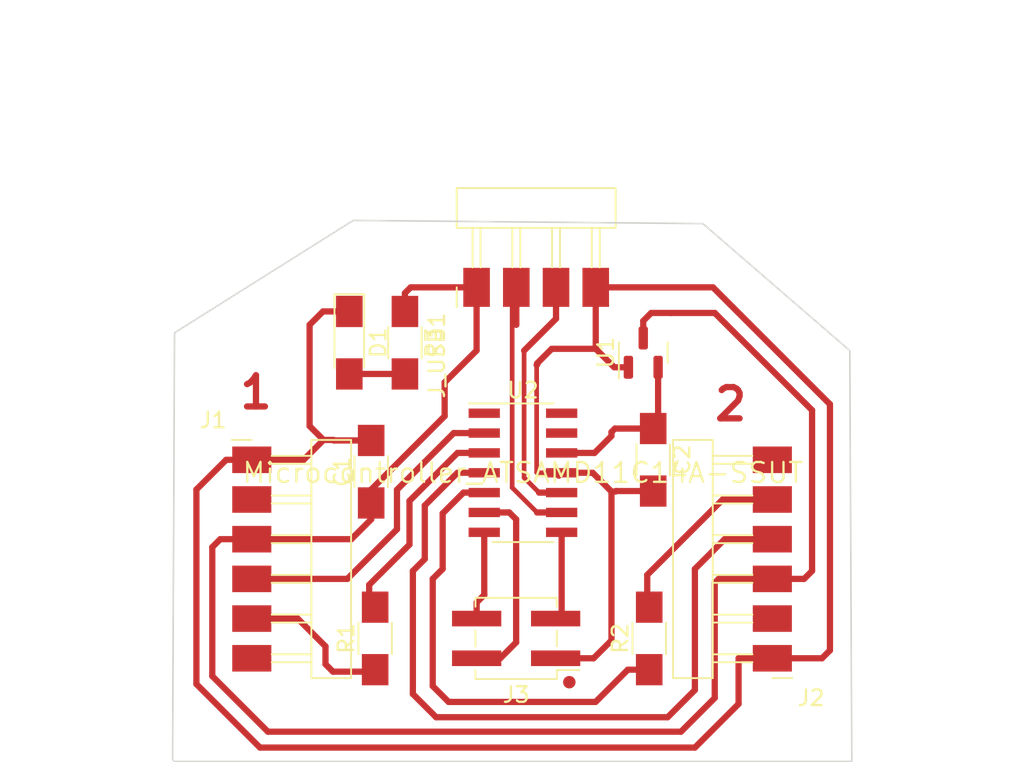
<source format=kicad_pcb>
(kicad_pcb (version 20211014) (generator pcbnew)
  (layers (0 "F.Cu" signal) (31 "B.Cu" signal) (34 "B.Paste" user) (35 "F.Paste" user) (36 "B.SilkS" user "B.Silkscreen") (37 "F.SilkS" user "F.Silkscreen") (38 "B.Mask" user) (39 "F.Mask" user) (44 "Edge.Cuts" user))
  (net 0 "")
  (net 1 "GND")
  (net 2 "VCC")
  (net 3 "/3V")
  (net 5 "/TX1")
  (net 6 "/RX1")
  (net 9 "/TX2")
  (net 10 "/RX2")
  (net 12 "/RST")
  (net 13 "/DIO")
  (net 14 "/CLK")
  (net 15 "/D-")
  (net 16 "/D+")
  (net 17 "Net-(R1-Pad2)")
  (net 18 "Net-(R2-Pad1)")
  (net 22 "Net-(D1-Pad2)")
  (footprint "fab:PinHeader_2x02_P2.54mm_Vertical_SMD" (layer "F.Cu") (at 66.04 118.11 180)
    (fp_text reference "J3" (at 0 -3.6) (layer "F.SilkS"))
    (fp_text value "Conn_PinHeader_2x02_P2.54mm_Vertical_SMD")
    (fp_circle (center -3.4 -2.8) (end -3.1 -2.8) (layer "F.Cu") (width 0.2) (fill solid))
    (fp_line (start -2.6 2.03) (end -2.6 2.6) (layer "F.SilkS") (width 0.12))
    (fp_line (start -2.6 -2.6) (end -2.6 -2.03) (layer "F.SilkS") (width 0.12))
    (fp_line (start 2.6 -0.51) (end 2.6 0.51) (layer "F.SilkS") (width 0.12))
    (fp_line (start -2.6 2.6) (end 2.6 2.6) (layer "F.SilkS") (width 0.12))
    (fp_line (start -4.04 -2.03) (end -2.6 -2.03) (layer "F.SilkS") (width 0.12))
    (fp_line (start -2.6 -2.6) (end 2.6 -2.6) (layer "F.SilkS") (width 0.12))
    (fp_line (start 2.6 -2.6) (end 2.6 -2.03) (layer "F.SilkS") (width 0.12))
    (fp_line (start 2.6 2.03) (end 2.6 2.6) (layer "F.SilkS") (width 0.12))
    (fp_line (start -2.6 -0.51) (end -2.6 0.51) (layer "F.SilkS") (width 0.12))
    (pad "1" smd rect (at -2.525 -1.27 180) (size 3.15 1) (layers "F.Cu" "F.Paste" "F.Mask") (net 1 "GND"))
    (pad "2" smd rect (at 2.525 -1.27 180) (size 3.15 1) (layers "F.Cu" "F.Paste" "F.Mask") (net 12 "/RST"))
    (pad "3" smd rect (at -2.525 1.27 180) (size 3.15 1) (layers "F.Cu" "F.Paste" "F.Mask") (net 13 "/DIO"))
    (pad "4" smd rect (at 2.525 1.27 180) (size 3.15 1) (layers "F.Cu" "F.Paste" "F.Mask") (net 14 "/CLK"))
  )
  (footprint "fab:C_1206" (layer "F.Cu") (at 74.803 106.68 -90)
    (fp_text reference "C2" (at 0 -1.85 90) (layer "F.SilkS"))
    (fp_text value "1uF")
    (fp_line (start 1 1.07) (end -1 1.07) (layer "F.SilkS") (width 0.12))
    (fp_line (start -1 -1.07) (end 1 -1.07) (layer "F.SilkS") (width 0.12))
    (pad "1" smd rect locked (at -2 0 270) (size 2 1.7) (layers "F.Cu" "F.Paste" "F.Mask") (net 3 "/3V"))
    (pad "2" smd rect locked (at 2 0 270) (size 2 1.7) (layers "F.Cu" "F.Paste" "F.Mask") (net 1 "GND"))
  )
  (footprint "fab:LED_1206" (layer "F.Cu") (at 55.372 99.187 -90)
    (fp_text reference "D1" (at 0 -1.85 90) (layer "F.SilkS"))
    (fp_text value "LED")
    (fp_line (start -3.1 0.95) (end 1.6 0.95) (layer "F.SilkS") (width 0.12))
    (fp_line (start -3.1 -0.95) (end 1.6 -0.95) (layer "F.SilkS") (width 0.12))
    (fp_line (start -3.1 -0.95) (end -3.1 0.95) (layer "F.SilkS") (width 0.12))
    (pad "1" smd rect locked (at -2 0 270) (size 2 1.7) (layers "F.Cu" "F.Paste" "F.Mask") (net 1 "GND"))
    (pad "2" smd rect locked (at 2 0 270) (size 2 1.7) (layers "F.Cu" "F.Paste" "F.Mask") (net 22 "Net-(D1-Pad2)"))
  )
  (footprint "fab:C_1206" (layer "F.Cu") (at 56.769 107.442 90)
    (fp_text reference "C1" (at 0 -1.85 90) (layer "F.SilkS"))
    (fp_text value "1uF")
    (fp_line (start -1 -1.07) (end 1 -1.07) (layer "F.SilkS") (width 0.12))
    (fp_line (start 1 1.07) (end -1 1.07) (layer "F.SilkS") (width 0.12))
    (pad "1" smd rect locked (at -2 0 90) (size 2 1.7) (layers "F.Cu" "F.Paste" "F.Mask") (net 2 "VCC"))
    (pad "2" smd rect locked (at 2 0 90) (size 2 1.7) (layers "F.Cu" "F.Paste" "F.Mask") (net 1 "GND"))
  )
  (footprint "fab:PinHeader_1x06_P2.54mm_Horizontal_SMD" (layer "F.Cu") (at 49.135 106.68)
    (fp_text reference "J1" (at -1.524 -2.54) (layer "F.SilkS") (effects (justify right)))
    (fp_text value "Conn_PinHeader_1x06_P2.54mm_Horizontal_SMD")
    (fp_line (start 3.81 -0.254) (end 1.27 -0.254) (layer "F.SilkS") (width 0.12))
    (fp_line (start -1.27 -1.27) (end 0 -1.27) (layer "F.SilkS") (width 0.12))
    (fp_line (start 3.81 12.954) (end 1.27 12.954) (layer "F.SilkS") (width 0.12))
    (fp_line (start 3.81 4.826) (end 1.27 4.826) (layer "F.SilkS") (width 0.12))
    (fp_line (start 3.81 12.446) (end 1.27 12.446) (layer "F.SilkS") (width 0.12))
    (fp_line (start 3.81 5.334) (end 1.27 5.334) (layer "F.SilkS") (width 0.12))
    (fp_line (start 3.81 10.414) (end 1.27 10.414) (layer "F.SilkS") (width 0.12))
    (fp_line (start 3.81 9.906) (end 1.27 9.906) (layer "F.SilkS") (width 0.12))
    (fp_line (start 3.81 2.286) (end 1.27 2.286) (layer "F.SilkS") (width 0.12))
    (fp_line (start 3.81 2.794) (end 1.27 2.794) (layer "F.SilkS") (width 0.12))
    (fp_line (start 6.35 -1.27) (end 6.35 13.97) (layer "F.SilkS") (width 0.12))
    (fp_line (start 3.81 -1.27) (end 6.35 -1.27) (layer "F.SilkS") (width 0.12))
    (fp_line (start 3.81 7.366) (end 1.27 7.366) (layer "F.SilkS") (width 0.12))
    (fp_line (start 3.81 7.874) (end 1.27 7.874) (layer "F.SilkS") (width 0.12))
    (fp_line (start 6.35 13.97) (end 3.81 13.97) (layer "F.SilkS") (width 0.12))
    (fp_line (start 3.81 13.97) (end 3.81 -1.27) (layer "F.SilkS") (width 0.12))
    (fp_line (start 3.81 0.254) (end 1.27 0.254) (layer "F.SilkS") (width 0.12))
    (pad "1" smd rect locked (at 0 0) (size 2.5 1.7) (layers "F.Cu" "F.Paste" "F.Mask") (net 1 "GND"))
    (pad "2" smd rect locked (at 0 2.54) (size 2.5 1.7) (layers "F.Cu" "F.Paste" "F.Mask"))
    (pad "3" smd rect locked (at 0 5.08) (size 2.5 1.7) (layers "F.Cu" "F.Paste" "F.Mask") (net 2 "VCC"))
    (pad "4" smd rect locked (at 0 7.62) (size 2.5 1.7) (layers "F.Cu" "F.Paste" "F.Mask") (net 5 "/TX1"))
    (pad "5" smd rect locked (at 0 10.16) (size 2.5 1.7) (layers "F.Cu" "F.Paste" "F.Mask") (net 6 "/RX1"))
    (pad "6" smd rect locked (at 0 12.7) (size 2.5 1.7) (layers "F.Cu" "F.Paste" "F.Mask"))
  )
  (footprint "fab:SOIC-14_3.9x8.7mm_P1.27mm" (layer "F.Cu") (at 66.475 107.51)
    (fp_text reference "U2" (at 0 -5.28) (layer "F.SilkS"))
    (fp_text value "Microcontroller_ATSAMD11C14A-SSUT" (at 0 0) (layer "F.SilkS") (effects (font (size 1.27 1.27))))
    (fp_line (start 0 4.435) (end 1.95 4.435) (layer "F.SilkS") (width 0.12))
    (fp_line (start 0 -4.435) (end 1.95 -4.435) (layer "F.SilkS") (width 0.12))
    (fp_line (start 0 -4.435) (end -3.45 -4.435) (layer "F.SilkS") (width 0.12))
    (fp_line (start 0 4.435) (end -1.95 4.435) (layer "F.SilkS") (width 0.12))
    (pad "1" smd rect (at -2.475 -3.81) (size 2 0.6) (layers "F.Cu" "F.Paste" "F.Mask"))
    (pad "2" smd rect (at -2.475 -2.54) (size 2 0.6) (layers "F.Cu" "F.Paste" "F.Mask") (net 5 "/TX1"))
    (pad "3" smd rect (at -2.475 -1.27) (size 2 0.6) (layers "F.Cu" "F.Paste" "F.Mask") (net 17 "Net-(R1-Pad2)"))
    (pad "4" smd rect (at -2.475 0) (size 2 0.6) (layers "F.Cu" "F.Paste" "F.Mask") (net 9 "/TX2"))
    (pad "5" smd rect (at -2.475 1.27) (size 2 0.6) (layers "F.Cu" "F.Paste" "F.Mask") (net 18 "Net-(R2-Pad1)"))
    (pad "6" smd rect (at -2.475 2.54) (size 2 0.6) (layers "F.Cu" "F.Paste" "F.Mask") (net 12 "/RST"))
    (pad "7" smd rect (at -2.475 3.81) (size 2 0.6) (layers "F.Cu" "F.Paste" "F.Mask") (net 14 "/CLK"))
    (pad "8" smd rect (at 2.475 3.81) (size 2 0.6) (layers "F.Cu" "F.Paste" "F.Mask") (net 13 "/DIO"))
    (pad "9" smd rect (at 2.475 2.54) (size 2 0.6) (layers "F.Cu" "F.Paste" "F.Mask") (net 15 "/D-"))
    (pad "10" smd rect (at 2.475 1.27) (size 2 0.6) (layers "F.Cu" "F.Paste" "F.Mask") (net 16 "/D+"))
    (pad "11" smd rect (at 2.475 0) (size 2 0.6) (layers "F.Cu" "F.Paste" "F.Mask") (net 1 "GND"))
    (pad "12" smd rect (at 2.475 -1.27) (size 2 0.6) (layers "F.Cu" "F.Paste" "F.Mask") (net 3 "/3V"))
    (pad "13" smd rect (at 2.475 -2.54) (size 2 0.6) (layers "F.Cu" "F.Paste" "F.Mask"))
    (pad "14" smd rect (at 2.475 -3.81) (size 2 0.6) (layers "F.Cu" "F.Paste" "F.Mask"))
  )
  (footprint "fab:PinHeader_1x04_P2.54mm_Horizontal_SMD" (layer "F.Cu") (at 63.51 95.645 90)
    (fp_text reference "J_USB1" (at -1.524 -2.54 90) (layer "F.SilkS") (effects (justify right)))
    (fp_text value "Conn_PinHeader_1x04_P2.54mm_Horizontal_SMD")
    (fp_line (start 3.81 8.89) (end 3.81 -1.27) (layer "F.SilkS") (width 0.12))
    (fp_line (start 6.35 -1.27) (end 6.35 8.89) (layer "F.SilkS") (width 0.12))
    (fp_line (start 3.81 2.286) (end 1.27 2.286) (layer "F.SilkS") (width 0.12))
    (fp_line (start 3.81 -1.27) (end 6.35 -1.27) (layer "F.SilkS") (width 0.12))
    (fp_line (start 3.81 2.794) (end 1.27 2.794) (layer "F.SilkS") (width 0.12))
    (fp_line (start -1.27 -1.27) (end 0 -1.27) (layer "F.SilkS") (width 0.12))
    (fp_line (start 3.81 4.826) (end 1.27 4.826) (layer "F.SilkS") (width 0.12))
    (fp_line (start 3.81 7.874) (end 1.27 7.874) (layer "F.SilkS") (width 0.12))
    (fp_line (start 3.81 5.334) (end 1.27 5.334) (layer "F.SilkS") (width 0.12))
    (fp_line (start 3.81 7.366) (end 1.27 7.366) (layer "F.SilkS") (width 0.12))
    (fp_line (start 6.35 8.89) (end 3.81 8.89) (layer "F.SilkS") (width 0.12))
    (fp_line (start 3.81 0.254) (end 1.27 0.254) (layer "F.SilkS") (width 0.12))
    (fp_line (start 3.81 -0.254) (end 1.27 -0.254) (layer "F.SilkS") (width 0.12))
    (pad "1" smd rect locked (at 0 0 90) (size 2.5 1.7) (layers "F.Cu" "F.Paste" "F.Mask") (net 2 "VCC"))
    (pad "2" smd rect locked (at 0 2.54 90) (size 2.5 1.7) (layers "F.Cu" "F.Paste" "F.Mask") (net 15 "/D-"))
    (pad "3" smd rect locked (at 0 5.08 90) (size 2.5 1.7) (layers "F.Cu" "F.Paste" "F.Mask") (net 16 "/D+"))
    (pad "4" smd rect locked (at 0 7.62 90) (size 2.5 1.7) (layers "F.Cu" "F.Paste" "F.Mask") (net 1 "GND"))
  )
  (footprint "fab:R_1206" (layer "F.Cu") (at 74.549 118.11 90)
    (fp_text reference "R2" (at 0 -1.85 90) (layer "F.SilkS"))
    (fp_text value "4.99k")
    (fp_line (start 1 1.07) (end -1 1.07) (layer "F.SilkS") (width 0.12))
    (fp_line (start -1 -1.07) (end 1 -1.07) (layer "F.SilkS") (width 0.12))
    (pad "1" smd rect locked (at -2 0 90) (size 2 1.7) (layers "F.Cu" "F.Paste" "F.Mask") (net 18 "Net-(R2-Pad1)"))
    (pad "2" smd rect locked (at 2 0 90) (size 2 1.7) (layers "F.Cu" "F.Paste" "F.Mask") (net 10 "/RX2"))
  )
  (footprint "fab:R_1206" (layer "F.Cu") (at 57.023 118.11 90)
    (fp_text reference "R1" (at 0 -1.85 90) (layer "F.SilkS"))
    (fp_text value "4.99k")
    (fp_line (start -1 -1.07) (end 1 -1.07) (layer "F.SilkS") (width 0.12))
    (fp_line (start 1 1.07) (end -1 1.07) (layer "F.SilkS") (width 0.12))
    (pad "1" smd rect locked (at -2 0 90) (size 2 1.7) (layers "F.Cu" "F.Paste" "F.Mask") (net 6 "/RX1"))
    (pad "2" smd rect locked (at 2 0 90) (size 2 1.7) (layers "F.Cu" "F.Paste" "F.Mask") (net 17 "Net-(R1-Pad2)"))
  )
  (footprint "fab:PinHeader_1x06_P2.54mm_Horizontal_SMD" (layer "F.Cu") (at 82.423 119.38 180)
    (fp_text reference "J2" (at -1.524 -2.54) (layer "F.SilkS") (effects (justify left)))
    (fp_text value "Conn_PinHeader_1x06_P2.54mm_Horizontal_SMD")
    (fp_line (start 3.81 2.794) (end 1.27 2.794) (layer "F.SilkS") (width 0.12))
    (fp_line (start 3.81 -1.27) (end 6.35 -1.27) (layer "F.SilkS") (width 0.12))
    (fp_line (start -1.27 -1.27) (end 0 -1.27) (layer "F.SilkS") (width 0.12))
    (fp_line (start 3.81 2.286) (end 1.27 2.286) (layer "F.SilkS") (width 0.12))
    (fp_line (start 3.81 12.954) (end 1.27 12.954) (layer "F.SilkS") (width 0.12))
    (fp_line (start 6.35 -1.27) (end 6.35 13.97) (layer "F.SilkS") (width 0.12))
    (fp_line (start 3.81 10.414) (end 1.27 10.414) (layer "F.SilkS") (width 0.12))
    (fp_line (start 3.81 12.446) (end 1.27 12.446) (layer "F.SilkS") (width 0.12))
    (fp_line (start 3.81 5.334) (end 1.27 5.334) (layer "F.SilkS") (width 0.12))
    (fp_line (start 3.81 7.366) (end 1.27 7.366) (layer "F.SilkS") (width 0.12))
    (fp_line (start 3.81 -0.254) (end 1.27 -0.254) (layer "F.SilkS") (width 0.12))
    (fp_line (start 3.81 0.254) (end 1.27 0.254) (layer "F.SilkS") (width 0.12))
    (fp_line (start 3.81 7.874) (end 1.27 7.874) (layer "F.SilkS") (width 0.12))
    (fp_line (start 3.81 9.906) (end 1.27 9.906) (layer "F.SilkS") (width 0.12))
    (fp_line (start 3.81 13.97) (end 3.81 -1.27) (layer "F.SilkS") (width 0.12))
    (fp_line (start 3.81 4.826) (end 1.27 4.826) (layer "F.SilkS") (width 0.12))
    (fp_line (start 6.35 13.97) (end 3.81 13.97) (layer "F.SilkS") (width 0.12))
    (pad "1" smd rect locked (at 0 0 180) (size 2.5 1.7) (layers "F.Cu" "F.Paste" "F.Mask") (net 1 "GND"))
    (pad "2" smd rect locked (at 0 2.54 180) (size 2.5 1.7) (layers "F.Cu" "F.Paste" "F.Mask"))
    (pad "3" smd rect locked (at 0 5.08 180) (size 2.5 1.7) (layers "F.Cu" "F.Paste" "F.Mask") (net 2 "VCC"))
    (pad "4" smd rect locked (at 0 7.62 180) (size 2.5 1.7) (layers "F.Cu" "F.Paste" "F.Mask") (net 9 "/TX2"))
    (pad "5" smd rect locked (at 0 10.16 180) (size 2.5 1.7) (layers "F.Cu" "F.Paste" "F.Mask") (net 10 "/RX2"))
    (pad "6" smd rect locked (at 0 12.7 180) (size 2.5 1.7) (layers "F.Cu" "F.Paste" "F.Mask"))
  )
  (footprint "Package_TO_SOT_SMD:SOT-23" (layer "F.Cu") (at 74.168 99.822 90)
    (fp_text reference "U1" (at 0 -2.4 90) (layer "F.SilkS"))
    (fp_text value "XC6206PxxxMR")
    (fp_line (start 0 -1.56) (end 0.65 -1.56) (layer "F.SilkS") (width 0.12))
    (fp_line (start 0 1.56) (end -0.65 1.56) (layer "F.SilkS") (width 0.12))
    (fp_line (start 0 -1.56) (end -1.675 -1.56) (layer "F.SilkS") (width 0.12))
    (fp_line (start 0 1.56) (end 0.65 1.56) (layer "F.SilkS") (width 0.12))
    (pad "1" smd roundrect locked (at -0.9375 -0.95 90) (size 1.475 0.6) (layers "F.Cu" "F.Paste" "F.Mask") (net 1 "GND"))
    (pad "2" smd roundrect locked (at -0.9375 0.95 90) (size 1.475 0.6) (layers "F.Cu" "F.Paste" "F.Mask") (net 3 "/3V"))
    (pad "3" smd roundrect locked (at 0.9375 0 90) (size 1.475 0.6) (layers "F.Cu" "F.Paste" "F.Mask") (net 2 "VCC"))
  )
  (footprint "fab:R_1206" (layer "F.Cu") (at 58.928 99.187 -90)
    (fp_text reference "R3" (at 0 -1.85 90) (layer "F.SilkS"))
    (fp_text value "1k")
    (fp_line (start 1 1.07) (end -1 1.07) (layer "F.SilkS") (width 0.12))
    (fp_line (start -1 -1.07) (end 1 -1.07) (layer "F.SilkS") (width 0.12))
    (pad "1" smd rect locked (at -2 0 270) (size 2 1.7) (layers "F.Cu" "F.Paste" "F.Mask") (net 2 "VCC"))
    (pad "2" smd rect locked (at 2 0 270) (size 2 1.7) (layers "F.Cu" "F.Paste" "F.Mask") (net 22 "Net-(D1-Pad2)"))
  )
  (gr_poly (pts (xy 87.376 99.695) (xy 87.503 125.984) (xy 44.196 125.984) (xy 44.069 125.857) (xy 44.196 98.552) (xy 55.624293 91.361521) (xy 77.978 91.567)) (layer "Edge.Cuts") (width 0.1) (fill none))
  (gr_text "1" (at 49.403 102.362) (layer "F.Cu") (effects (font (size 2 2) (thickness 0.4))))
  (gr_text "2" (at 79.756 103.124) (layer "F.Cu") (effects (font (size 2 2) (thickness 0.4))))
  (segment (start 67.378 107.51) (end 68.95 107.51) (width 0.3) (layer "F.Cu") (net 1))
  (segment (start 54.388 105.442) (end 56.769 105.442) (width 0.4) (layer "F.Cu") (net 1))
  (segment (start 68.565 119.38) (end 70.993 119.38) (width 0.4) (layer "F.Cu") (net 1))
  (segment (start 53.721 105.41) (end 54.356 105.41) (width 0.4) (layer "F.Cu") (net 1))
  (segment (start 77.47 125.095) (end 80.264 122.301) (width 0.4) (layer "F.Cu") (net 1))
  (segment (start 67.350489 100.618551) (end 67.350489 107.482489) (width 0.3) (layer "F.Cu") (net 1))
  (segment (start 72.3115 100.7595) (end 73.218 100.7595) (width 0.4) (layer "F.Cu") (net 1))
  (segment (start 80.264 119.38) (end 82.423 119.38) (width 0.4) (layer "F.Cu") (net 1))
  (segment (start 72.39 108.712) (end 72.422 108.68) (width 0.4) (layer "F.Cu") (net 1))
  (segment (start 52.832 98.044) (end 52.832 104.521) (width 0.4) (layer "F.Cu") (net 1))
  (segment (start 86.106 118.872) (end 85.598 119.38) (width 0.4) (layer "F.Cu") (net 1))
  (segment (start 67.350489 107.482489) (end 67.378 107.51) (width 0.3) (layer "F.Cu") (net 1))
  (segment (start 52.832 104.521) (end 53.721 105.41) (width 0.4) (layer "F.Cu") (net 1))
  (segment (start 72.422 108.68) (end 74.93 108.68) (width 0.4) (layer "F.Cu") (net 1))
  (segment (start 71.13 95.645) (end 71.13 99.578) (width 0.4) (layer "F.Cu") (net 1))
  (segment (start 70.993 119.38) (end 72.136 118.237) (width 0.4) (layer "F.Cu") (net 1))
  (segment (start 49.657 125.095) (end 77.47 125.095) (width 0.4) (layer "F.Cu") (net 1))
  (segment (start 80.264 122.301) (end 80.264 119.38) (width 0.4) (layer "F.Cu") (net 1))
  (segment (start 45.593 121.031) (end 49.657 125.095) (width 0.4) (layer "F.Cu") (net 1))
  (segment (start 71.13 99.578) (end 72.3115 100.7595) (width 0.4) (layer "F.Cu") (net 1))
  (segment (start 71.13 99.578) (end 68.316 99.578) (width 0.4) (layer "F.Cu") (net 1))
  (segment (start 53.689 97.187) (end 52.832 98.044) (width 0.4) (layer "F.Cu") (net 1))
  (segment (start 52.451 106.68) (end 53.721 105.41) (width 0.4) (layer "F.Cu") (net 1))
  (segment (start 49.135 106.68) (end 47.498 106.68) (width 0.4) (layer "F.Cu") (net 1))
  (segment (start 68.95 107.51) (end 70.934 107.51) (width 0.4) (layer "F.Cu") (net 1))
  (segment (start 49.135 106.68) (end 52.451 106.68) (width 0.4) (layer "F.Cu") (net 1))
  (segment (start 82.423 120.002692) (end 82.423 119.38) (width 0.4) (layer "F.Cu") (net 1))
  (segment (start 71.13 95.645) (end 78.627 95.645) (width 0.4) (layer "F.Cu") (net 1))
  (segment (start 45.593 108.585) (end 45.593 121.031) (width 0.4) (layer "F.Cu") (net 1))
  (segment (start 67.38504 100.584) (end 67.350489 100.618551) (width 0.4) (layer "F.Cu") (net 1))
  (segment (start 67.38504 100.50896) (end 67.38504 100.584) (width 0.4) (layer "F.Cu") (net 1))
  (segment (start 72.136 118.237) (end 72.136 108.712) (width 0.4) (layer "F.Cu") (net 1))
  (segment (start 86.106 103.124) (end 86.106 118.872) (width 0.4) (layer "F.Cu") (net 1))
  (segment (start 54.356 105.41) (end 54.388 105.442) (width 0.4) (layer "F.Cu") (net 1))
  (segment (start 68.316 99.578) (end 67.38504 100.50896) (width 0.4) (layer "F.Cu") (net 1))
  (segment (start 78.627 95.645) (end 86.106 103.124) (width 0.4) (layer "F.Cu") (net 1))
  (segment (start 47.498 106.68) (end 45.593 108.585) (width 0.4) (layer "F.Cu") (net 1))
  (segment (start 85.598 119.38) (end 82.423 119.38) (width 0.4) (layer "F.Cu") (net 1))
  (segment (start 68.764 107.696) (end 68.95 107.51) (width 0.4) (layer "F.Cu") (net 1))
  (segment (start 70.934 107.51) (end 72.136 108.712) (width 0.4) (layer "F.Cu") (net 1))
  (segment (start 72.136 108.712) (end 72.39 108.712) (width 0.4) (layer "F.Cu") (net 1))
  (segment (start 55.372 97.187) (end 53.689 97.187) (width 0.4) (layer "F.Cu") (net 1))
  (segment (start 78.994 114.3) (end 78.74 114.554) (width 0.4) (layer "F.Cu") (net 2))
  (segment (start 82.423 114.3) (end 78.994 114.3) (width 0.4) (layer "F.Cu") (net 2))
  (segment (start 58.928 96.012) (end 59.295 95.645) (width 0.4) (layer "F.Cu") (net 2))
  (segment (start 74.168 97.79) (end 74.676 97.282) (width 0.4) (layer "F.Cu") (net 2))
  (segment (start 78.74 121.92) (end 76.581 124.079) (width 0.4) (layer "F.Cu") (net 2))
  (segment (start 56.769 108.585) (end 61.468 103.886) (width 0.4) (layer "F.Cu") (net 2))
  (segment (start 55.499 111.76) (end 56.769 110.49) (width 0.4) (layer "F.Cu") (net 2))
  (segment (start 56.769 109.442) (end 56.769 108.585) (width 0.4) (layer "F.Cu") (net 2))
  (segment (start 78.74 97.282) (end 84.963 103.505) (width 0.4) (layer "F.Cu") (net 2))
  (segment (start 84.455 114.3) (end 82.423 114.3) (width 0.4) (layer "F.Cu") (net 2))
  (segment (start 74.168 98.8845) (end 74.168 97.79) (width 0.4) (layer "F.Cu") (net 2))
  (segment (start 63.51 99.685) (end 63.51 95.645) (width 0.4) (layer "F.Cu") (net 2))
  (segment (start 76.581 124.079) (end 50.165 124.079) (width 0.4) (layer "F.Cu") (net 2))
  (segment (start 61.468 101.727) (end 63.51 99.685) (width 0.4) (layer "F.Cu") (net 2))
  (segment (start 84.963 113.792) (end 84.455 114.3) (width 0.4) (layer "F.Cu") (net 2))
  (segment (start 61.468 103.886) (end 61.468 101.727) (width 0.4) (layer "F.Cu") (net 2))
  (segment (start 46.609 112.268) (end 47.117 111.76) (width 0.4) (layer "F.Cu") (net 2))
  (segment (start 58.928 97.187) (end 58.928 96.012) (width 0.4) (layer "F.Cu") (net 2))
  (segment (start 78.74 114.554) (end 78.74 121.92) (width 0.4) (layer "F.Cu") (net 2))
  (segment (start 59.295 95.645) (end 63.51 95.645) (width 0.4) (layer "F.Cu") (net 2))
  (segment (start 46.609 120.523) (end 46.609 112.268) (width 0.4) (layer "F.Cu") (net 2))
  (segment (start 47.117 111.76) (end 49.135 111.76) (width 0.4) (layer "F.Cu") (net 2))
  (segment (start 49.135 111.76) (end 55.499 111.76) (width 0.4) (layer "F.Cu") (net 2))
  (segment (start 75.946 97.282) (end 78.74 97.282) (width 0.4) (layer "F.Cu") (net 2))
  (segment (start 84.963 103.505) (end 84.963 113.792) (width 0.4) (layer "F.Cu") (net 2))
  (segment (start 50.165 124.079) (end 46.609 120.523) (width 0.4) (layer "F.Cu") (net 2))
  (segment (start 56.769 110.49) (end 56.769 109.442) (width 0.4) (layer "F.Cu") (net 2))
  (segment (start 74.676 97.282) (end 75.946 97.282) (width 0.4) (layer "F.Cu") (net 2))
  (segment (start 75.118 104.492) (end 74.93 104.68) (width 0.4) (layer "F.Cu") (net 3))
  (segment (start 72.136 104.902) (end 72.358 104.68) (width 0.4) (layer "F.Cu") (net 3))
  (segment (start 71.052 106.24) (end 72.136 105.156) (width 0.4) (layer "F.Cu") (net 3))
  (segment (start 72.136 105.156) (end 72.136 104.902) (width 0.4) (layer "F.Cu") (net 3))
  (segment (start 68.95 106.24) (end 71.052 106.24) (width 0.4) (layer "F.Cu") (net 3))
  (segment (start 72.358 104.68) (end 74.93 104.68) (width 0.4) (layer "F.Cu") (net 3))
  (segment (start 75.118 100.7595) (end 75.118 104.492) (width 0.4) (layer "F.Cu") (net 3))
  (segment (start 55.245 114.3) (end 58.42 111.125) (width 0.4) (layer "F.Cu") (net 5))
  (segment (start 49.135 114.3) (end 55.245 114.3) (width 0.4) (layer "F.Cu") (net 5))
  (segment (start 62.047308 104.97) (end 64 104.97) (width 0.4) (layer "F.Cu") (net 5))
  (segment (start 58.42 108.597308) (end 62.047308 104.97) (width 0.4) (layer "F.Cu") (net 5))
  (segment (start 58.42 111.125) (end 58.42 108.597308) (width 0.4) (layer "F.Cu") (net 5))
  (segment (start 49.135 116.84) (end 52.07 116.84) (width 0.4) (layer "F.Cu") (net 6))
  (segment (start 52.07 116.84) (end 53.848 118.618) (width 0.4) (layer "F.Cu") (net 6))
  (segment (start 54.324 120.237) (end 56.642 120.237) (width 0.4) (layer "F.Cu") (net 6))
  (segment (start 53.848 119.761) (end 54.324 120.237) (width 0.4) (layer "F.Cu") (net 6))
  (segment (start 53.848 118.618) (end 53.848 119.761) (width 0.4) (layer "F.Cu") (net 6))
  (segment (start 79.375 111.76) (end 82.423 111.76) (width 0.4) (layer "F.Cu") (net 9))
  (segment (start 60.198 113.03) (end 59.436 113.792) (width 0.4) (layer "F.Cu") (net 9))
  (segment (start 77.47 121.412) (end 77.47 113.665) (width 0.4) (layer "F.Cu") (net 9))
  (segment (start 75.72952 123.15248) (end 77.47 121.412) (width 0.4) (layer "F.Cu") (net 9))
  (segment (start 62.289 107.51) (end 60.198 109.601) (width 0.4) (layer "F.Cu") (net 9))
  (segment (start 64 107.51) (end 62.289 107.51) (width 0.4) (layer "F.Cu") (net 9))
  (segment (start 60.198 109.601) (end 60.198 113.03) (width 0.4) (layer "F.Cu") (net 9))
  (segment (start 59.436 121.666) (end 60.92248 123.15248) (width 0.4) (layer "F.Cu") (net 9))
  (segment (start 60.92248 123.15248) (end 75.72952 123.15248) (width 0.4) (layer "F.Cu") (net 9))
  (segment (start 77.47 113.665) (end 79.375 111.76) (width 0.4) (layer "F.Cu") (net 9))
  (segment (start 59.436 113.792) (end 59.436 121.666) (width 0.4) (layer "F.Cu") (net 9))
  (segment (start 74.422 114.046) (end 74.422 115.856) (width 0.4) (layer "F.Cu") (net 10))
  (segment (start 79.248 109.22) (end 74.422 114.046) (width 0.4) (layer "F.Cu") (net 10))
  (segment (start 74.422 115.856) (end 74.676 116.11) (width 0.4) (layer "F.Cu") (net 10))
  (segment (start 74.676 116.11) (end 74.93 116.11) (width 0.4) (layer "F.Cu") (net 10))
  (segment (start 82.423 109.22) (end 79.248 109.22) (width 0.4) (layer "F.Cu") (net 10))
  (segment (start 63.515 119.38) (end 65.024 119.38) (width 0.4) (layer "F.Cu") (net 12))
  (segment (start 65.024 119.38) (end 66.04 118.364) (width 0.4) (layer "F.Cu") (net 12))
  (segment (start 65.6 110.05) (end 64 110.05) (width 0.4) (layer "F.Cu") (net 12))
  (segment (start 66.04 118.364) (end 66.04 110.49) (width 0.4) (layer "F.Cu") (net 12))
  (segment (start 66.04 110.49) (end 65.6 110.05) (width 0.4) (layer "F.Cu") (net 12))
  (segment (start 68.95 116.455) (end 68.565 116.84) (width 0.4) (layer "F.Cu") (net 13))
  (segment (start 68.95 111.32) (end 68.95 116.455) (width 0.4) (layer "F.Cu") (net 13))
  (segment (start 63.515 115.809) (end 64.008 115.316) (width 0.4) (layer "F.Cu") (net 14))
  (segment (start 64.008 115.316) (end 64 115.308) (width 0.4) (layer "F.Cu") (net 14))
  (segment (start 63.515 116.84) (end 63.515 115.809) (width 0.4) (layer "F.Cu") (net 14))
  (segment (start 64 115.308) (end 64 111.32) (width 0.4) (layer "F.Cu") (net 14))
  (segment (start 67.378 110.05) (end 65.786 108.458) (width 0.3) (layer "F.Cu") (net 15))
  (segment (start 66.05 98.034) (end 66.05 95.645) (width 0.4) (layer "F.Cu") (net 15))
  (segment (start 68.95 110.05) (end 67.378 110.05) (width 0.4) (layer "F.Cu") (net 15))
  (segment (start 65.786 95.909) (end 66.05 95.645) (width 0.4) (layer "F.Cu") (net 15))
  (segment (start 65.786 108.458) (end 65.786 95.909) (width 0.3) (layer "F.Cu") (net 15))
  (segment (start 66.05 98.034) (end 66.04 98.044) (width 0.4) (layer "F.Cu") (net 15))
  (segment (start 68.59 95.645) (end 68.59 97.653) (width 0.4) (layer "F.Cu") (net 16))
  (segment (start 66.548 107.823) (end 67.505 108.78) (width 0.3) (layer "F.Cu") (net 16))
  (segment (start 68.59 97.653) (end 66.548 99.695) (width 0.4) (layer "F.Cu") (net 16))
  (segment (start 67.505 108.78) (end 68.95 108.78) (width 0.4) (layer "F.Cu") (net 16))
  (segment (start 66.548 99.695) (end 66.548 107.823) (width 0.3) (layer "F.Cu") (net 16))
  (segment (start 68.59 95.645) (end 68.59 96.764) (width 0.4) (layer "F.Cu") (net 16))
  (segment (start 59.21952 109.30948) (end 59.21952 112.10348) (width 0.4) (layer "F.Cu") (net 17))
  (segment (start 62.289 106.24) (end 59.21952 109.30948) (width 0.4) (layer "F.Cu") (net 17))
  (segment (start 59.21952 112.10348) (end 56.642 114.681) (width 0.4) (layer "F.Cu") (net 17))
  (segment (start 64 106.24) (end 62.289 106.24) (width 0.4) (layer "F.Cu") (net 17))
  (segment (start 56.642 114.681) (end 56.642 116.237) (width 0.4) (layer "F.Cu") (net 17))
  (segment (start 61.341 110.109) (end 61.341 113.665) (width 0.4) (layer "F.Cu") (net 18))
  (segment (start 60.706 121.158) (end 61.722 122.174) (width 0.4) (layer "F.Cu") (net 18))
  (segment (start 71.12 122.174) (end 73.184 120.11) (width 0.4) (layer "F.Cu") (net 18))
  (segment (start 61.341 113.665) (end 60.706 114.3) (width 0.4) (layer "F.Cu") (net 18))
  (segment (start 64 108.78) (end 62.67 108.78) (width 0.4) (layer "F.Cu") (net 18))
  (segment (start 60.706 114.3) (end 60.706 121.158) (width 0.4) (layer "F.Cu") (net 18))
  (segment (start 62.67 108.78) (end 61.341 110.109) (width 0.4) (layer "F.Cu") (net 18))
  (segment (start 73.184 120.11) (end 74.93 120.11) (width 0.4) (layer "F.Cu") (net 18))
  (segment (start 61.722 122.174) (end 71.12 122.174) (width 0.4) (layer "F.Cu") (net 18))
  (segment (start 58.928 101.187) (end 55.372 101.187) (width 0.4) (layer "F.Cu") (net 22))
)
</source>
